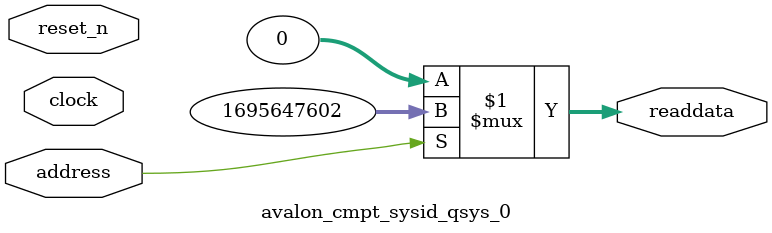
<source format=v>



// synthesis translate_off
`timescale 1ns / 1ps
// synthesis translate_on

// turn off superfluous verilog processor warnings 
// altera message_level Level1 
// altera message_off 10034 10035 10036 10037 10230 10240 10030 

module avalon_cmpt_sysid_qsys_0 (
               // inputs:
                address,
                clock,
                reset_n,

               // outputs:
                readdata
             )
;

  output  [ 31: 0] readdata;
  input            address;
  input            clock;
  input            reset_n;

  wire    [ 31: 0] readdata;
  //control_slave, which is an e_avalon_slave
  assign readdata = address ? 1695647602 : 0;

endmodule



</source>
